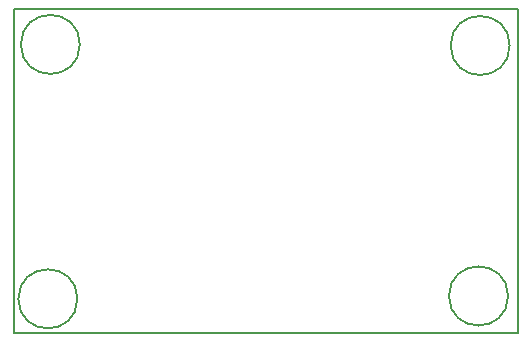
<source format=gbr>
%TF.GenerationSoftware,KiCad,Pcbnew,4.0.7*%
%TF.CreationDate,2018-05-13T17:46:32+02:00*%
%TF.ProjectId,nestbox,6E657374626F782E6B696361645F7063,rev?*%
%TF.FileFunction,Profile,NP*%
%FSLAX46Y46*%
G04 Gerber Fmt 4.6, Leading zero omitted, Abs format (unit mm)*
G04 Created by KiCad (PCBNEW 4.0.7) date 05/13/18 17:46:32*
%MOMM*%
%LPD*%
G01*
G04 APERTURE LIST*
%ADD10C,0.150000*%
G04 APERTURE END LIST*
D10*
X155780000Y-96710000D02*
G75*
G03X155780000Y-96710000I-2500000J0D01*
G01*
X155640000Y-117920000D02*
G75*
G03X155640000Y-117920000I-2500000J0D01*
G01*
X119180000Y-118160000D02*
G75*
G03X119180000Y-118160000I-2500000J0D01*
G01*
X119390000Y-96620000D02*
G75*
G03X119390000Y-96620000I-2500000J0D01*
G01*
X155150000Y-121050000D02*
X156500000Y-121050000D01*
X156500000Y-93600000D02*
X156500000Y-121050000D01*
X113775000Y-93600000D02*
X156525000Y-93600000D01*
X113775000Y-121050000D02*
X113775000Y-93600000D01*
X155175000Y-121050000D02*
X113775000Y-121050000D01*
M02*

</source>
